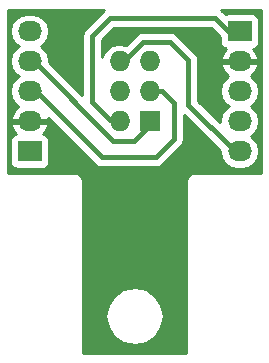
<source format=gbr>
G04 #@! TF.FileFunction,Copper,L1,Top,Signal*
%FSLAX46Y46*%
G04 Gerber Fmt 4.6, Leading zero omitted, Abs format (unit mm)*
G04 Created by KiCad (PCBNEW 4.0.5+dfsg1-4) date Sat Dec 23 12:59:55 2017*
%MOMM*%
%LPD*%
G01*
G04 APERTURE LIST*
%ADD10C,0.100000*%
%ADD11R,2.032000X1.727200*%
%ADD12O,2.032000X1.727200*%
%ADD13R,1.727200X1.727200*%
%ADD14O,1.727200X1.727200*%
%ADD15C,0.450000*%
%ADD16C,0.254000*%
G04 APERTURE END LIST*
D10*
D11*
X84760000Y-94920000D03*
D12*
X84760000Y-92380000D03*
X84760000Y-89840000D03*
X84760000Y-87300000D03*
X84760000Y-84760000D03*
D13*
X94920000Y-92380000D03*
D14*
X92380000Y-92380000D03*
X94920000Y-89840000D03*
X92380000Y-89840000D03*
X94920000Y-87300000D03*
X92380000Y-87300000D03*
D11*
X102540000Y-84760000D03*
D12*
X102540000Y-87300000D03*
X102540000Y-89840000D03*
X102540000Y-92380000D03*
X102540000Y-94920000D03*
D15*
X102768600Y-84887000D02*
X101752600Y-84887000D01*
X101752600Y-84887000D02*
X100482600Y-83617000D01*
X100482600Y-83617000D02*
X91592600Y-83617000D01*
X91592600Y-83617000D02*
X90068600Y-85141000D01*
X90068600Y-85141000D02*
X90068600Y-90729000D01*
X90068600Y-90729000D02*
X91592600Y-92253000D01*
X91592600Y-92253000D02*
X92862600Y-92253000D01*
X85102900Y-94742200D02*
X85483900Y-94742200D01*
X84760000Y-89840000D02*
X85268000Y-89840000D01*
X85268000Y-89840000D02*
X90856000Y-95428000D01*
X90856000Y-95428000D02*
X95428000Y-95428000D01*
X95428000Y-95428000D02*
X96952000Y-93904000D01*
X96952000Y-93904000D02*
X96952000Y-90856000D01*
X96952000Y-90856000D02*
X95936000Y-89840000D01*
X95936000Y-89840000D02*
X94920000Y-89840000D01*
X85102900Y-87122200D02*
X85102900Y-87287300D01*
X85102900Y-87287300D02*
X91846600Y-94031000D01*
X91846600Y-94031000D02*
X93624600Y-94031000D01*
X93624600Y-94031000D02*
X95402600Y-92253000D01*
X96672600Y-85649000D02*
X94386600Y-85649000D01*
X98196600Y-87173000D02*
X96672600Y-85649000D01*
X98196600Y-90983000D02*
X98196600Y-87173000D01*
X94386600Y-85649000D02*
X92862600Y-87173000D01*
X102882900Y-94742200D02*
X101955800Y-94742200D01*
X101955800Y-94742200D02*
X98196600Y-90983000D01*
X102882900Y-94742200D02*
X102247900Y-94742200D01*
D16*
G36*
X90984488Y-83008888D02*
X89460488Y-84532888D01*
X89274064Y-84811892D01*
X89208600Y-85141000D01*
X89208600Y-90176776D01*
X86424842Y-87393018D01*
X86443345Y-87300000D01*
X86329271Y-86726511D01*
X86004415Y-86240330D01*
X85689634Y-86030000D01*
X86004415Y-85819670D01*
X86329271Y-85333489D01*
X86443345Y-84760000D01*
X86329271Y-84186511D01*
X86004415Y-83700330D01*
X85518234Y-83375474D01*
X84944745Y-83261400D01*
X84575255Y-83261400D01*
X84001766Y-83375474D01*
X83515585Y-83700330D01*
X83190729Y-84186511D01*
X83076655Y-84760000D01*
X83190729Y-85333489D01*
X83515585Y-85819670D01*
X83830366Y-86030000D01*
X83515585Y-86240330D01*
X83190729Y-86726511D01*
X83076655Y-87300000D01*
X83190729Y-87873489D01*
X83515585Y-88359670D01*
X83830366Y-88570000D01*
X83515585Y-88780330D01*
X83190729Y-89266511D01*
X83076655Y-89840000D01*
X83190729Y-90413489D01*
X83515585Y-90899670D01*
X83825069Y-91106461D01*
X83409268Y-91477964D01*
X83155291Y-92005209D01*
X83152642Y-92020974D01*
X83273783Y-92253000D01*
X84633000Y-92253000D01*
X84633000Y-92233000D01*
X84887000Y-92233000D01*
X84887000Y-92253000D01*
X86246217Y-92253000D01*
X86321186Y-92109410D01*
X90247888Y-96036112D01*
X90526892Y-96222536D01*
X90856000Y-96288000D01*
X95428000Y-96288000D01*
X95757108Y-96222536D01*
X96036112Y-96036112D01*
X97560112Y-94512112D01*
X97746536Y-94233108D01*
X97812000Y-93904000D01*
X97812000Y-91814624D01*
X100866729Y-94869353D01*
X100856655Y-94920000D01*
X100970729Y-95493489D01*
X101295585Y-95979670D01*
X101781766Y-96304526D01*
X102355255Y-96418600D01*
X102724745Y-96418600D01*
X103298234Y-96304526D01*
X103784415Y-95979670D01*
X104109271Y-95493489D01*
X104223345Y-94920000D01*
X104109271Y-94346511D01*
X103784415Y-93860330D01*
X103469634Y-93650000D01*
X103784415Y-93439670D01*
X104109271Y-92953489D01*
X104223345Y-92380000D01*
X104109271Y-91806511D01*
X103784415Y-91320330D01*
X103469634Y-91110000D01*
X103784415Y-90899670D01*
X104109271Y-90413489D01*
X104223345Y-89840000D01*
X104109271Y-89266511D01*
X103784415Y-88780330D01*
X103474931Y-88573539D01*
X103890732Y-88202036D01*
X104144709Y-87674791D01*
X104147358Y-87659026D01*
X104026217Y-87427000D01*
X102667000Y-87427000D01*
X102667000Y-87447000D01*
X102413000Y-87447000D01*
X102413000Y-87427000D01*
X101053783Y-87427000D01*
X100932642Y-87659026D01*
X100935291Y-87674791D01*
X101189268Y-88202036D01*
X101605069Y-88573539D01*
X101295585Y-88780330D01*
X100970729Y-89266511D01*
X100856655Y-89840000D01*
X100970729Y-90413489D01*
X101295585Y-90899670D01*
X101610366Y-91110000D01*
X101295585Y-91320330D01*
X100970729Y-91806511D01*
X100856655Y-92380000D01*
X100868283Y-92438459D01*
X99056600Y-90626776D01*
X99056600Y-87173000D01*
X98991136Y-86843892D01*
X98804712Y-86564888D01*
X97280712Y-85040888D01*
X97001708Y-84854464D01*
X96672600Y-84789000D01*
X94386600Y-84789000D01*
X94057492Y-84854464D01*
X93778488Y-85040888D01*
X92917000Y-85902376D01*
X92409359Y-85801400D01*
X92350641Y-85801400D01*
X91777152Y-85915474D01*
X91290971Y-86240330D01*
X90966115Y-86726511D01*
X90928600Y-86915112D01*
X90928600Y-85497224D01*
X91948824Y-84477000D01*
X100126376Y-84477000D01*
X100876560Y-85227184D01*
X100876560Y-85623600D01*
X100920838Y-85858917D01*
X101059910Y-86075041D01*
X101272110Y-86220031D01*
X101366927Y-86239232D01*
X101189268Y-86397964D01*
X100935291Y-86925209D01*
X100932642Y-86940974D01*
X101053783Y-87173000D01*
X102413000Y-87173000D01*
X102413000Y-87153000D01*
X102667000Y-87153000D01*
X102667000Y-87173000D01*
X104026217Y-87173000D01*
X104147358Y-86940974D01*
X104144709Y-86925209D01*
X103890732Y-86397964D01*
X103715155Y-86241093D01*
X103791317Y-86226762D01*
X104007441Y-86087690D01*
X104152431Y-85875490D01*
X104203440Y-85623600D01*
X104203440Y-83896400D01*
X104159162Y-83661083D01*
X104020090Y-83444959D01*
X103807890Y-83299969D01*
X103556000Y-83248960D01*
X101524000Y-83248960D01*
X101361383Y-83279559D01*
X101090712Y-83008888D01*
X100972647Y-82930000D01*
X104370000Y-82930000D01*
X104370000Y-96750000D01*
X98730000Y-96750000D01*
X98458295Y-96804046D01*
X98227954Y-96957954D01*
X98074046Y-97188295D01*
X98020000Y-97460000D01*
X98020000Y-111990000D01*
X89280000Y-111990000D01*
X89280000Y-108878400D01*
X91191100Y-108878400D01*
X91378356Y-109819801D01*
X91911617Y-110617883D01*
X92709699Y-111151144D01*
X93651100Y-111338400D01*
X94592501Y-111151144D01*
X95390583Y-110617883D01*
X95923844Y-109819801D01*
X96111100Y-108878400D01*
X95923844Y-107936999D01*
X95390583Y-107138917D01*
X94592501Y-106605656D01*
X93651100Y-106418400D01*
X92709699Y-106605656D01*
X91911617Y-107138917D01*
X91378356Y-107936999D01*
X91191100Y-108878400D01*
X89280000Y-108878400D01*
X89280000Y-97460000D01*
X89225954Y-97188295D01*
X89072046Y-96957954D01*
X88841705Y-96804046D01*
X88570000Y-96750000D01*
X82930000Y-96750000D01*
X82930000Y-94056400D01*
X83096560Y-94056400D01*
X83096560Y-95783600D01*
X83140838Y-96018917D01*
X83279910Y-96235041D01*
X83492110Y-96380031D01*
X83744000Y-96431040D01*
X85776000Y-96431040D01*
X86011317Y-96386762D01*
X86227441Y-96247690D01*
X86372431Y-96035490D01*
X86423440Y-95783600D01*
X86423440Y-94056400D01*
X86379162Y-93821083D01*
X86240090Y-93604959D01*
X86027890Y-93459969D01*
X85933073Y-93440768D01*
X86110732Y-93282036D01*
X86364709Y-92754791D01*
X86367358Y-92739026D01*
X86246217Y-92507000D01*
X84887000Y-92507000D01*
X84887000Y-92527000D01*
X84633000Y-92527000D01*
X84633000Y-92507000D01*
X83273783Y-92507000D01*
X83152642Y-92739026D01*
X83155291Y-92754791D01*
X83409268Y-93282036D01*
X83584845Y-93438907D01*
X83508683Y-93453238D01*
X83292559Y-93592310D01*
X83147569Y-93804510D01*
X83096560Y-94056400D01*
X82930000Y-94056400D01*
X82930000Y-82930000D01*
X91102553Y-82930000D01*
X90984488Y-83008888D01*
X90984488Y-83008888D01*
G37*
X90984488Y-83008888D02*
X89460488Y-84532888D01*
X89274064Y-84811892D01*
X89208600Y-85141000D01*
X89208600Y-90176776D01*
X86424842Y-87393018D01*
X86443345Y-87300000D01*
X86329271Y-86726511D01*
X86004415Y-86240330D01*
X85689634Y-86030000D01*
X86004415Y-85819670D01*
X86329271Y-85333489D01*
X86443345Y-84760000D01*
X86329271Y-84186511D01*
X86004415Y-83700330D01*
X85518234Y-83375474D01*
X84944745Y-83261400D01*
X84575255Y-83261400D01*
X84001766Y-83375474D01*
X83515585Y-83700330D01*
X83190729Y-84186511D01*
X83076655Y-84760000D01*
X83190729Y-85333489D01*
X83515585Y-85819670D01*
X83830366Y-86030000D01*
X83515585Y-86240330D01*
X83190729Y-86726511D01*
X83076655Y-87300000D01*
X83190729Y-87873489D01*
X83515585Y-88359670D01*
X83830366Y-88570000D01*
X83515585Y-88780330D01*
X83190729Y-89266511D01*
X83076655Y-89840000D01*
X83190729Y-90413489D01*
X83515585Y-90899670D01*
X83825069Y-91106461D01*
X83409268Y-91477964D01*
X83155291Y-92005209D01*
X83152642Y-92020974D01*
X83273783Y-92253000D01*
X84633000Y-92253000D01*
X84633000Y-92233000D01*
X84887000Y-92233000D01*
X84887000Y-92253000D01*
X86246217Y-92253000D01*
X86321186Y-92109410D01*
X90247888Y-96036112D01*
X90526892Y-96222536D01*
X90856000Y-96288000D01*
X95428000Y-96288000D01*
X95757108Y-96222536D01*
X96036112Y-96036112D01*
X97560112Y-94512112D01*
X97746536Y-94233108D01*
X97812000Y-93904000D01*
X97812000Y-91814624D01*
X100866729Y-94869353D01*
X100856655Y-94920000D01*
X100970729Y-95493489D01*
X101295585Y-95979670D01*
X101781766Y-96304526D01*
X102355255Y-96418600D01*
X102724745Y-96418600D01*
X103298234Y-96304526D01*
X103784415Y-95979670D01*
X104109271Y-95493489D01*
X104223345Y-94920000D01*
X104109271Y-94346511D01*
X103784415Y-93860330D01*
X103469634Y-93650000D01*
X103784415Y-93439670D01*
X104109271Y-92953489D01*
X104223345Y-92380000D01*
X104109271Y-91806511D01*
X103784415Y-91320330D01*
X103469634Y-91110000D01*
X103784415Y-90899670D01*
X104109271Y-90413489D01*
X104223345Y-89840000D01*
X104109271Y-89266511D01*
X103784415Y-88780330D01*
X103474931Y-88573539D01*
X103890732Y-88202036D01*
X104144709Y-87674791D01*
X104147358Y-87659026D01*
X104026217Y-87427000D01*
X102667000Y-87427000D01*
X102667000Y-87447000D01*
X102413000Y-87447000D01*
X102413000Y-87427000D01*
X101053783Y-87427000D01*
X100932642Y-87659026D01*
X100935291Y-87674791D01*
X101189268Y-88202036D01*
X101605069Y-88573539D01*
X101295585Y-88780330D01*
X100970729Y-89266511D01*
X100856655Y-89840000D01*
X100970729Y-90413489D01*
X101295585Y-90899670D01*
X101610366Y-91110000D01*
X101295585Y-91320330D01*
X100970729Y-91806511D01*
X100856655Y-92380000D01*
X100868283Y-92438459D01*
X99056600Y-90626776D01*
X99056600Y-87173000D01*
X98991136Y-86843892D01*
X98804712Y-86564888D01*
X97280712Y-85040888D01*
X97001708Y-84854464D01*
X96672600Y-84789000D01*
X94386600Y-84789000D01*
X94057492Y-84854464D01*
X93778488Y-85040888D01*
X92917000Y-85902376D01*
X92409359Y-85801400D01*
X92350641Y-85801400D01*
X91777152Y-85915474D01*
X91290971Y-86240330D01*
X90966115Y-86726511D01*
X90928600Y-86915112D01*
X90928600Y-85497224D01*
X91948824Y-84477000D01*
X100126376Y-84477000D01*
X100876560Y-85227184D01*
X100876560Y-85623600D01*
X100920838Y-85858917D01*
X101059910Y-86075041D01*
X101272110Y-86220031D01*
X101366927Y-86239232D01*
X101189268Y-86397964D01*
X100935291Y-86925209D01*
X100932642Y-86940974D01*
X101053783Y-87173000D01*
X102413000Y-87173000D01*
X102413000Y-87153000D01*
X102667000Y-87153000D01*
X102667000Y-87173000D01*
X104026217Y-87173000D01*
X104147358Y-86940974D01*
X104144709Y-86925209D01*
X103890732Y-86397964D01*
X103715155Y-86241093D01*
X103791317Y-86226762D01*
X104007441Y-86087690D01*
X104152431Y-85875490D01*
X104203440Y-85623600D01*
X104203440Y-83896400D01*
X104159162Y-83661083D01*
X104020090Y-83444959D01*
X103807890Y-83299969D01*
X103556000Y-83248960D01*
X101524000Y-83248960D01*
X101361383Y-83279559D01*
X101090712Y-83008888D01*
X100972647Y-82930000D01*
X104370000Y-82930000D01*
X104370000Y-96750000D01*
X98730000Y-96750000D01*
X98458295Y-96804046D01*
X98227954Y-96957954D01*
X98074046Y-97188295D01*
X98020000Y-97460000D01*
X98020000Y-111990000D01*
X89280000Y-111990000D01*
X89280000Y-108878400D01*
X91191100Y-108878400D01*
X91378356Y-109819801D01*
X91911617Y-110617883D01*
X92709699Y-111151144D01*
X93651100Y-111338400D01*
X94592501Y-111151144D01*
X95390583Y-110617883D01*
X95923844Y-109819801D01*
X96111100Y-108878400D01*
X95923844Y-107936999D01*
X95390583Y-107138917D01*
X94592501Y-106605656D01*
X93651100Y-106418400D01*
X92709699Y-106605656D01*
X91911617Y-107138917D01*
X91378356Y-107936999D01*
X91191100Y-108878400D01*
X89280000Y-108878400D01*
X89280000Y-97460000D01*
X89225954Y-97188295D01*
X89072046Y-96957954D01*
X88841705Y-96804046D01*
X88570000Y-96750000D01*
X82930000Y-96750000D01*
X82930000Y-94056400D01*
X83096560Y-94056400D01*
X83096560Y-95783600D01*
X83140838Y-96018917D01*
X83279910Y-96235041D01*
X83492110Y-96380031D01*
X83744000Y-96431040D01*
X85776000Y-96431040D01*
X86011317Y-96386762D01*
X86227441Y-96247690D01*
X86372431Y-96035490D01*
X86423440Y-95783600D01*
X86423440Y-94056400D01*
X86379162Y-93821083D01*
X86240090Y-93604959D01*
X86027890Y-93459969D01*
X85933073Y-93440768D01*
X86110732Y-93282036D01*
X86364709Y-92754791D01*
X86367358Y-92739026D01*
X86246217Y-92507000D01*
X84887000Y-92507000D01*
X84887000Y-92527000D01*
X84633000Y-92527000D01*
X84633000Y-92507000D01*
X83273783Y-92507000D01*
X83152642Y-92739026D01*
X83155291Y-92754791D01*
X83409268Y-93282036D01*
X83584845Y-93438907D01*
X83508683Y-93453238D01*
X83292559Y-93592310D01*
X83147569Y-93804510D01*
X83096560Y-94056400D01*
X82930000Y-94056400D01*
X82930000Y-82930000D01*
X91102553Y-82930000D01*
X90984488Y-83008888D01*
G36*
X92507000Y-89713000D02*
X92527000Y-89713000D01*
X92527000Y-89967000D01*
X92507000Y-89967000D01*
X92507000Y-89987000D01*
X92253000Y-89987000D01*
X92253000Y-89967000D01*
X92233000Y-89967000D01*
X92233000Y-89713000D01*
X92253000Y-89713000D01*
X92253000Y-89693000D01*
X92507000Y-89693000D01*
X92507000Y-89713000D01*
X92507000Y-89713000D01*
G37*
X92507000Y-89713000D02*
X92527000Y-89713000D01*
X92527000Y-89967000D01*
X92507000Y-89967000D01*
X92507000Y-89987000D01*
X92253000Y-89987000D01*
X92253000Y-89967000D01*
X92233000Y-89967000D01*
X92233000Y-89713000D01*
X92253000Y-89713000D01*
X92253000Y-89693000D01*
X92507000Y-89693000D01*
X92507000Y-89713000D01*
M02*

</source>
